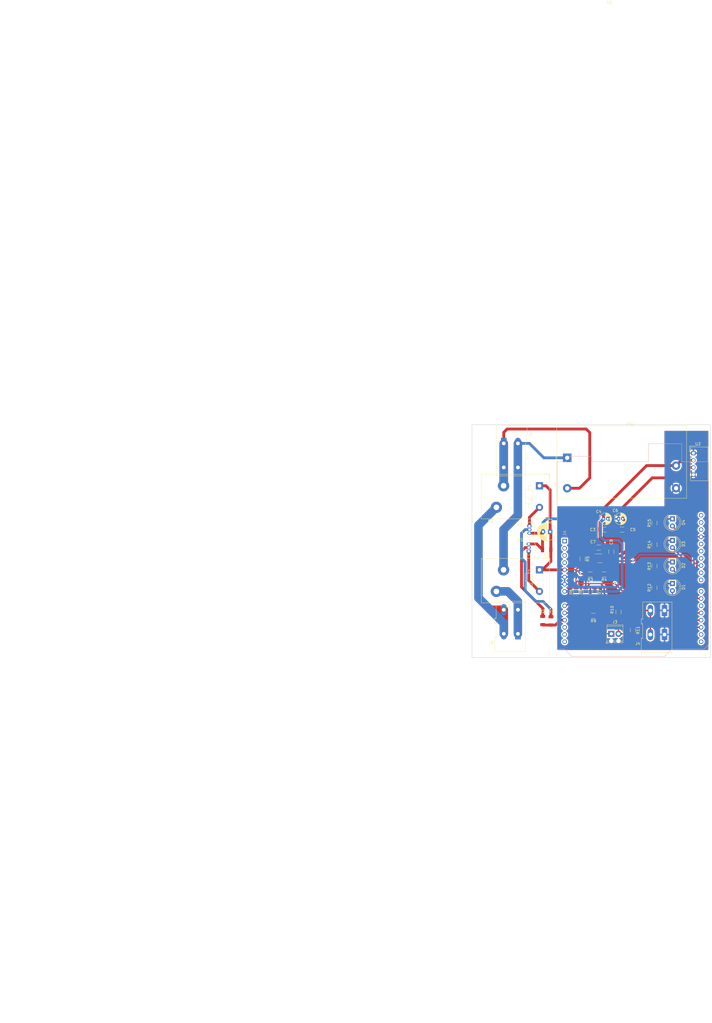
<source format=kicad_pcb>
(kicad_pcb (version 20221018) (generator pcbnew)
  (layers (0 "F.Cu" signal) (31 "B.Cu" signal) (34 "B.Paste" user) (35 "F.Paste" user) (36 "B.SilkS" user "B.Silkscreen") (37 "F.SilkS" user "F.Silkscreen") (38 "B.Mask" user) (39 "F.Mask" user) (44 "Edge.Cuts" user))
  (net 0 "")
  (net 5 "+5V")
  (net 6 "GND")
  (net 7 "+12V")
  (net 8 "A0")
  (net 9 "A1")
  (net 10 "D16")
  (net 16 "D2")
  (net 17 "D3")
  (net 18 "D4")
  (net 20 "D6")
  (net 24 "D10")
  (net 31 "-12V")
  (net 32 "Net-(D1-K)")
  (net 33 "Net-(D2-K)")
  (net 34 "Net-(D3-K)")
  (net 35 "Net-(D4-K)")
  (net 36 "Line")
  (net 37 "Neutral")
  (net 38 "Neutral_Out")
  (net 39 "Line_Out")
  (net 40 "Net-(J3-Pin_2)")
  (net 41 "CP")
  (net 42 "Net-(Q1-C)")
  (net 43 "Net-(Q2-C)")
  (net 44 "Net-(Q1-B)")
  (net 45 "Net-(Q2-B)")
  (net 46 "Net-(U1--In)")
  (net 47 "Net-(U1-Out)")
  (footprint "TerminalBlock_Phoenix:TerminalBlock_Phoenix_MPT-0,5-2-2.54_1x02_P2.54mm_Horizontal" (layer "F.Cu") (at 121.92 92.71)
    (fp_text reference "J3" (at 1.27 -4.16) (layer "F.SilkS"))
    (fp_text value "Screw_Terminal_01x02" hide)
    (pad "" np_thru_hole circle (at 0 2.54) (size 1.1 1.1) (drill 1.1) (layers "*.Cu" "*.Mask"))
    (pad "" np_thru_hole circle (at 2.54 2.54) (size 1.1 1.1) (drill 1.1) (layers "*.Cu" "*.Mask"))
    (pad "1" thru_hole rect (at 0 0) (size 2.2 2.2) (drill 1.1) (layers "*.Cu" "*.Mask") (net 9 "A1"))
    (pad "2" thru_hole circle (at 2.54 0) (size 2.2 2.2) (drill 1.1) (layers "*.Cu" "*.Mask") (net 40 "Net-(J3-Pin_2)"))
  )
  (footprint "Resistor_SMD:R_1206_3216Metric" (layer "F.Cu") (at 137.16 68.7975 90)
    (fp_text reference "R13" (at 0 -1.82 90) (layer "F.SilkS"))
    (fp_text value "1k")
    (pad "1" smd roundrect (at -1.4625 0 90) (size 1.125 1.75) (layers "F.Cu" "F.Paste" "F.Mask") (roundrect_rratio 0.2222222222) (net 6 "GND"))
    (pad "2" smd roundrect (at 1.4625 0 90) (size 1.125 1.75) (layers "F.Cu" "F.Paste" "F.Mask") (roundrect_rratio 0.2222222222) (net 33 "Net-(D2-K)"))
  )
  (footprint "Capacitor_THT:CP_Radial_D4.0mm_P1.50mm" (layer "F.Cu") (at 124.46 52.07)
    (fp_text reference "C6" (at -1.143 -2.921) (layer "F.SilkS"))
    (fp_text value "10 uF")
    (pad "1" thru_hole rect (at 0 0) (size 1.2 1.2) (drill 0.6) (layers "*.Cu" "*.Mask") (net 6 "GND"))
    (pad "2" thru_hole circle (at 1.5 0) (size 1.2 1.2) (drill 0.6) (layers "*.Cu" "*.Mask") (net 31 "-12V"))
  )
  (footprint "Resistor_SMD:R_1206_3216Metric" (layer "F.Cu") (at 115.57 86.36 180)
    (fp_text reference "R9" (at 0 -1.82) (layer "F.SilkS"))
    (fp_text value "300")
    (pad "1" smd roundrect (at -1.4625 0 180) (size 1.125 1.75) (layers "F.Cu" "F.Paste" "F.Mask") (roundrect_rratio 0.2222222222) (net 40 "Net-(J3-Pin_2)"))
    (pad "2" smd roundrect (at 1.4625 0 180) (size 1.125 1.75) (layers "F.Cu" "F.Paste" "F.Mask") (roundrect_rratio 0.2222222222) (net 9 "A1"))
  )
  (footprint "Capacitor_SMD:C_1206_3216Metric" (layer "F.Cu") (at 125.73 55.88 180)
    (fp_text reference "C5" (at -3.81 0) (layer "F.SilkS"))
    (fp_text value "0.1 uF")
    (pad "1" smd roundrect (at -1.475 0 180) (size 1.15 1.8) (layers "F.Cu" "F.Paste" "F.Mask") (roundrect_rratio 0.2173913043) (net 31 "-12V"))
    (pad "2" smd roundrect (at 1.475 0 180) (size 1.15 1.8) (layers "F.Cu" "F.Paste" "F.Mask") (roundrect_rratio 0.2173913043) (net 6 "GND"))
  )
  (footprint "Resistor_SMD:R_1206_3216Metric" (layer "F.Cu") (at 112.903 77.9125 90)
    (fp_text reference "R8" (at 0 -1.82 90) (layer "F.SilkS"))
    (fp_text value "100k")
    (pad "1" smd roundrect (at -1.4625 0 90) (size 1.125 1.75) (layers "F.Cu" "F.Paste" "F.Mask") (roundrect_rratio 0.2222222222) (net 8 "A0"))
    (pad "2" smd roundrect (at 1.4625 0 90) (size 1.125 1.75) (layers "F.Cu" "F.Paste" "F.Mask") (roundrect_rratio 0.2222222222) (net 5 "+5V"))
  )
  (footprint "Resistor_SMD:R_1206_3216Metric" (layer "F.Cu") (at 116.078 77.9125 -90)
    (fp_text reference "R7" (at 0 -1.82 90) (layer "F.SilkS"))
    (fp_text value "220k")
    (pad "1" smd roundrect (at -1.4625 0 270) (size 1.125 1.75) (layers "F.Cu" "F.Paste" "F.Mask") (roundrect_rratio 0.2222222222) (net 6 "GND"))
    (pad "2" smd roundrect (at 1.4625 0 270) (size 1.125 1.75) (layers "F.Cu" "F.Paste" "F.Mask") (roundrect_rratio 0.2222222222) (net 8 "A0"))
  )
  (footprint "LED_THT:LED_D5.0mm" (layer "F.Cu") (at 143.51 67.31 -90)
    (fp_text reference "D2" (at 1.27 -3.96 90) (layer "F.SilkS"))
    (fp_text value "LED")
    (pad "1" thru_hole rect (at 0 0 270) (size 1.8 1.8) (drill 0.9) (layers "*.Cu" "*.Mask") (net 33 "Net-(D2-K)"))
    (pad "2" thru_hole circle (at 2.54 0 270) (size 1.8 1.8) (drill 0.9) (layers "*.Cu" "*.Mask") (net 17 "D3"))
  )
  (footprint "Capacitor_SMD:C_1206_3216Metric" (layer "F.Cu") (at 121.92 63.705 90)
    (fp_text reference "C8" (at 3.4725 0 90) (layer "F.SilkS"))
    (fp_text value "0.1 uF")
    (pad "1" smd roundrect (at -1.475 0 90) (size 1.15 1.8) (layers "F.Cu" "F.Paste" "F.Mask") (roundrect_rratio 0.2173913043) (net 31 "-12V"))
    (pad "2" smd roundrect (at 1.475 0 90) (size 1.15 1.8) (layers "F.Cu" "F.Paste" "F.Mask") (roundrect_rratio 0.2173913043) (net 6 "GND"))
  )
  (footprint "Capacitor_SMD:C_1206_3216Metric" (layer "F.Cu") (at 99.06 62.992 180)
    (fp_text reference "C1" (at 0 -1.85) (layer "F.SilkS"))
    (fp_text value "0.1 uF")
    (pad "1" smd roundrect (at -1.475 0 180) (size 1.15 1.8) (layers "F.Cu" "F.Paste" "F.Mask") (roundrect_rratio 0.2173913043) (net 5 "+5V"))
    (pad "2" smd roundrect (at 1.475 0 180) (size 1.15 1.8) (layers "F.Cu" "F.Paste" "F.Mask") (roundrect_rratio 0.2173913043) (net 6 "GND"))
  )
  (footprint "My_Custom_Footprint_Library:NKE1212SC" (layer "F.Cu") (at 150.9505 28.8445)
    (fp_text reference "U2" (at 1.6 -3.23) (layer "F.SilkS"))
    (fp_text value "NKE1212SC")
    (pad "1" thru_hole rect (at 0 0) (size 1.5 1.5) (drill 1) (layers "*.Cu" "*.Mask") (net 6 "GND"))
    (pad "2" thru_hole circle (at 0 2.54) (size 1.5 1.5) (drill 1) (layers "*.Cu" "*.Mask") (net 7 "+12V"))
    (pad "3" thru_hole circle (at 0 5.08) (size 1.5 1.5) (drill 1) (layers "*.Cu" "*.Mask") (net 31 "-12V"))
    (pad "4" thru_hole circle (at 0 7.62) (size 1.5 1.5) (drill 1) (layers "*.Cu" "*.Mask") (net 6 "GND"))
  )
  (footprint "My_Custom_Footprint_Library:SOT-23-6" (layer "F.Cu") (at 117.905 66.04)
    (fp_text reference "U1" (at 3.3975 -196.53) (layer "F.SilkS"))
    (fp_text value "TLV1805")
    (pad "1" smd roundrect (at -1.1375 -0.95) (size 1.325 0.6) (layers "F.Cu" "F.Paste" "F.Mask") (net 47 "Net-(U1-Out)"))
    (pad "2" smd roundrect (at -1.1375 0) (size 1.325 0.6) (layers "F.Cu" "F.Paste" "F.Mask") (net 31 "-12V"))
    (pad "3" smd roundrect (at -1.1375 0.95) (size 1.325 0.6) (layers "F.Cu" "F.Paste" "F.Mask") (net 46 "Net-(U1--In)"))
    (pad "4" smd roundrect (at 1.1375 0.95) (size 1.325 0.6) (layers "F.Cu" "F.Paste" "F.Mask") (net 24 "D10"))
    (pad "5" smd roundrect (at 1.1375 0) (size 1.325 0.6) (layers "F.Cu" "F.Paste" "F.Mask") (net 31 "-12V"))
    (pad "6" smd roundrect (at 1.1375 -0.95) (size 1.325 0.6) (layers "F.Cu" "F.Paste" "F.Mask") (net 7 "+12V"))
  )
  (footprint "Resistor_SMD:R_1206_3216Metric" (layer "F.Cu") (at 109.474 77.9125 90)
    (fp_text reference "R6" (at 0 -1.82 90) (layer "F.SilkS"))
    (fp_text value "300k")
    (pad "1" smd roundrect (at -1.4625 0 90) (size 1.125 1.75) (layers "F.Cu" "F.Paste" "F.Mask") (roundrect_rratio 0.2222222222) (net 8 "A0"))
    (pad "2" smd roundrect (at 1.4625 0 90) (size 1.125 1.75) (layers "F.Cu" "F.Paste" "F.Mask") (roundrect_rratio 0.2222222222) (net 41 "CP"))
  )
  (footprint "Resistor_SMD:R_1206_3216Metric" (layer "F.Cu") (at 137.16 76.4175 90)
    (fp_text reference "R12" (at 0 -1.82 90) (layer "F.SilkS"))
    (fp_text value "1k")
    (pad "1" smd roundrect (at -1.4625 0 90) (size 1.125 1.75) (layers "F.Cu" "F.Paste" "F.Mask") (roundrect_rratio 0.2222222222) (net 6 "GND"))
    (pad "2" smd roundrect (at 1.4625 0 90) (size 1.125 1.75) (layers "F.Cu" "F.Paste" "F.Mask") (roundrect_rratio 0.2222222222) (net 32 "Net-(D1-K)"))
  )
  (footprint "My_Custom_Footprint_Library:Relay_TE_SPST_16A" (layer "F.Cu") (at 96.52 70.104 180)
    (fp_text reference "K1" (at 10.9 -12.7) (layer "F.SilkS"))
    (fp_text value "Relay_SPST-NO" hide)
    (pad "13" thru_hole circle (at 15.24 -7.62 180) (size 4 4) (drill 2) (layers "*.Cu" "*.Mask") (net 38 "Neutral_Out"))
    (pad "14" thru_hole circle (at 12.7 0 180) (size 4 4) (drill 2) (layers "*.Cu" "*.Mask") (net 37 "Neutral"))
    (pad "A1" thru_hole rect (at 0 0 180) (size 2.54 2.54) (drill 1.3) (layers "*.Cu" "*.Mask") (net 5 "+5V"))
    (pad "A2" thru_hole circle (at 0 -7.62 180) (size 2.54 2.54) (drill 1.3) (layers "*.Cu" "*.Mask") (net 42 "Net-(Q1-C)"))
  )
  (footprint "LED_THT:LED_D5.0mm" (layer "F.Cu") (at 143.51 74.93 -90)
    (fp_text reference "D1" (at 1.27 -3.96 90) (layer "F.SilkS"))
    (fp_text value "LED")
    (pad "1" thru_hole rect (at 0 0 270) (size 1.8 1.8) (drill 0.9) (layers "*.Cu" "*.Mask") (net 32 "Net-(D1-K)"))
    (pad "2" thru_hole circle (at 2.54 0 270) (size 1.8 1.8) (drill 0.9) (layers "*.Cu" "*.Mask") (net 16 "D2"))
  )
  (footprint "Resistor_SMD:R_1206_3216Metric" (layer "F.Cu") (at 119.38 71.755 180)
    (fp_text reference "R4" (at 0 -1.82) (layer "F.SilkS"))
    (fp_text value "100k")
    (pad "1" smd roundrect (at -1.4625 0 180) (size 1.125 1.75) (layers "F.Cu" "F.Paste" "F.Mask") (roundrect_rratio 0.2222222222) (net 6 "GND"))
    (pad "2" smd roundrect (at 1.4625 0 180) (size 1.125 1.75) (layers "F.Cu" "F.Paste" "F.Mask") (roundrect_rratio 0.2222222222) (net 46 "Net-(U1--In)"))
  )
  (footprint "LED_THT:LED_D5.0mm" (layer "F.Cu") (at 143.51 59.69 -90)
    (fp_text reference "D3" (at 1.27 -3.96 90) (layer "F.SilkS"))
    (fp_text value "LED")
    (pad "1" thru_hole rect (at 0 0 270) (size 1.8 1.8) (drill 0.9) (layers "*.Cu" "*.Mask") (net 34 "Net-(D3-K)"))
    (pad "2" thru_hole circle (at 2.54 0 270) (size 1.8 1.8) (drill 0.9) (layers "*.Cu" "*.Mask") (net 18 "D4"))
  )
  (footprint "Resistor_SMD:R_1206_3216Metric" (layer "F.Cu") (at 137.16 53.5575 90)
    (fp_text reference "R15" (at 0 -1.82 90) (layer "F.SilkS"))
    (fp_text value "1k")
    (pad "1" smd roundrect (at -1.4625 0 90) (size 1.125 1.75) (layers "F.Cu" "F.Paste" "F.Mask") (roundrect_rratio 0.2222222222) (net 6 "GND"))
    (pad "2" smd roundrect (at 1.4625 0 90) (size 1.125 1.75) (layers "F.Cu" "F.Paste" "F.Mask") (roundrect_rratio 0.2222222222) (net 35 "Net-(D4-K)"))
  )
  (footprint "My_Custom_Footprint_Library:Relay_TE_SPST_16A" (layer "F.Cu") (at 96.52 40.386 180)
    (fp_text reference "K2" (at 17.272 -12.446) (layer "F.SilkS"))
    (fp_text value "Relay_SPST-NO")
    (pad "13" thru_hole circle (at 15.24 -7.62 180) (size 4 4) (drill 2) (layers "*.Cu" "*.Mask") (net 39 "Line_Out"))
    (pad "14" thru_hole circle (at 12.7 0 180) (size 4 4) (drill 2) (layers "*.Cu" "*.Mask") (net 36 "Line"))
    (pad "A1" thru_hole rect (at 0 0 180) (size 2.54 2.54) (drill 1.3) (layers "*.Cu" "*.Mask") (net 5 "+5V"))
    (pad "A2" thru_hole circle (at 0 -7.62 180) (size 2.54 2.54) (drill 1.3) (layers "*.Cu" "*.Mask") (net 43 "Net-(Q2-C)"))
  )
  (footprint "My_Custom_Footprint_Library:LPT 2,5 2-5,0" (layer "F.Cu") (at 83.9 25.4)
    (fp_text reference "J1" (at 9.445 -3.175) (layer "F.SilkS"))
    (fp_text value "Screw_Terminal_01x02" hide)
    (pad "1" thru_hole rect (at 0 0) (size 1.98 3.96) (drill 1.32) (layers "*.Cu" "*.Mask") (net 36 "Line"))
    (pad "1" thru_hole rect (at 0 8.5) (size 1.98 3.96) (drill 1.32) (layers "*.Cu" "*.Mask") (net 36 "Line"))
    (pad "2" thru_hole oval (at 5 0) (size 1.98 3.96) (drill 1.32) (layers "*.Cu" "*.Mask") (net 37 "Neutral"))
    (pad "2" thru_hole oval (at 5 8.5) (size 1.98 3.96) (drill 1.32) (layers "*.Cu" "*.Mask") (net 37 "Neutral"))
  )
  (footprint "Resistor_SMD:R_1206_3216Metric" (layer "F.Cu") (at 97.663 88.011 90)
    (fp_text reference "R2" (at 3.175 -0.127 180) (layer "F.SilkS"))
    (fp_text value "1k")
    (pad "1" smd roundrect (at -1.4625 0 90) (size 1.125 1.75) (layers "F.Cu" "F.Paste" "F.Mask") (roundrect_rratio 0.2222222222) (net 10 "D16"))
    (pad "2" smd roundrect (at 1.4625 0 90) (size 1.125 1.75) (layers "F.Cu" "F.Paste" "F.Mask") (roundrect_rratio 0.2222222222) (net 44 "Net-(Q1-B)"))
  )
  (footprint "My_Custom_Footprint_Library:TO-92_3" (layer "F.Cu") (at 92.71 60.96 -90)
    (fp_text reference "Q1" (at -1.524 2.921 -180) (layer "F.SilkS"))
    (fp_text value "NPN" hide)
    (pad "1" thru_hole rect (at 2.54 0 90) (size 1.05 1.5) (drill 0.75) (layers "*.Cu" "*.Mask") (net 42 "Net-(Q1-C)"))
    (pad "2" thru_hole oval (at 1.27 0 90) (size 1.05 1.5) (drill 0.75) (layers "*.Cu" "*.Mask") (net 44 "Net-(Q1-B)"))
    (pad "3" thru_hole oval (at 0 0 90) (size 1.05 1.5) (drill 0.75) (layers "*.Cu" "*.Mask") (net 6 "GND"))
  )
  (footprint "My_Custom_Footprint_Library:TO-92_3" (layer "F.Cu") (at 92.964 57.15 90)
    (fp_text reference "Q2" (at 3.175 -3.429 180) (layer "F.SilkS"))
    (fp_text value "NPN" hide)
    (pad "1" thru_hole rect (at 2.54 0 270) (size 1.05 1.5) (drill 0.75) (layers "*.Cu" "*.Mask") (net 43 "Net-(Q2-C)"))
    (pad "2" thru_hole oval (at 1.27 0 270) (size 1.05 1.5) (drill 0.75) (layers "*.Cu" "*.Mask") (net 45 "Net-(Q2-B)"))
    (pad "3" thru_hole oval (at 0 0 270) (size 1.05 1.5) (drill 0.75) (layers "*.Cu" "*.Mask") (net 6 "GND"))
  )
  (footprint "Resistor_SMD:R_1206_3216Metric" (layer "F.Cu") (at 114.4925 71.755 180)
    (fp_text reference "R3" (at 0 -1.82) (layer "F.SilkS"))
    (fp_text value "100k")
    (pad "1" smd roundrect (at -1.4625 0 180) (size 1.125 1.75) (layers "F.Cu" "F.Paste" "F.Mask") (roundrect_rratio 0.2222222222) (net 46 "Net-(U1--In)"))
    (pad "2" smd roundrect (at 1.4625 0 180) (size 1.125 1.75) (layers "F.Cu" "F.Paste" "F.Mask") (roundrect_rratio 0.2222222222) (net 5 "+5V"))
  )
  (footprint "Resistor_SMD:R_1206_3216Metric" (layer "F.Cu") (at 129.54 91.44 -90)
    (fp_text reference "R11" (at 0 -1.82 90) (layer "F.SilkS"))
    (fp_text value "100k")
    (pad "1" smd roundrect (at -1.4625 0 270) (size 1.125 1.75) (layers "F.Cu" "F.Paste" "F.Mask") (roundrect_rratio 0.2222222222) (net 6 "GND"))
    (pad "2" smd roundrect (at 1.4625 0 270) (size 1.125 1.75) (layers "F.Cu" "F.Paste" "F.Mask") (roundrect_rratio 0.2222222222) (net 40 "Net-(J3-Pin_2)"))
  )
  (footprint "Resistor_SMD:R_1206_3216Metric" (layer "F.Cu") (at 100.584 88.1487 90)
    (fp_text reference "R1" (at 3.1857 0.127 180) (layer "F.SilkS"))
    (fp_text value "1k")
    (pad "1" smd roundrect (at -1.4625 0 90) (size 1.125 1.75) (layers "F.Cu" "F.Paste" "F.Mask") (roundrect_rratio 0.2222222222) (net 10 "D16"))
    (pad "2" smd roundrect (at 1.4625 0 90) (size 1.125 1.75) (layers "F.Cu" "F.Paste" "F.Mask") (roundrect_rratio 0.2222222222) (net 45 "Net-(Q2-B)"))
  )
  (footprint "Capacitor_THT:CP_Radial_D4.0mm_P1.50mm" (layer "F.Cu") (at 119.15 52.07)
    (fp_text reference "C4" (at -1.675 -2.54) (layer "F.SilkS"))
    (fp_text value "10 uF")
    (pad "1" thru_hole rect (at 0 0) (size 1.2 1.2) (drill 0.6) (layers "*.Cu" "*.Mask") (net 7 "+12V"))
    (pad "2" thru_hole circle (at 1.5 0) (size 1.2 1.2) (drill 0.6) (layers "*.Cu" "*.Mask") (net 6 "GND"))
  )
  (footprint "Resistor_SMD:R_1206_3216Metric" (layer "F.Cu") (at 137.16 61.1775 90)
    (fp_text reference "R14" (at 0 -1.82 90) (layer "F.SilkS"))
    (fp_text value "1k")
    (pad "1" smd roundrect (at -1.4625 0 90) (size 1.125 1.75) (layers "F.Cu" "F.Paste" "F.Mask") (roundrect_rratio 0.2222222222) (net 6 "GND"))
    (pad "2" smd roundrect (at 1.4625 0 90) (size 1.125 1.75) (layers "F.Cu" "F.Paste" "F.Mask") (roundrect_rratio 0.2222222222) (net 34 "Net-(D3-K)"))
  )
  (footprint "Capacitor_THT:CP_Radial_D6.3mm_P2.50mm" (layer "F.Cu") (at 100.29 56.642 180)
    (fp_text reference "C2" (at 0 3.81) (layer "F.SilkS"))
    (fp_text value "100 uF")
    (pad "1" thru_hole rect (at 0 0 180) (size 1.6 1.6) (drill 0.8) (layers "*.Cu" "*.Mask") (net 5 "+5V"))
    (pad "2" thru_hole circle (at 2.5 0 180) (size 1.6 1.6) (drill 0.8) (layers "*.Cu" "*.Mask") (net 6 "GND"))
  )
  (footprint "Converter_ACDC:Converter_ACDC_MeanWell_IRM-05-xx_THT" (layer "F.Cu") (at 106.3185 30.504)
    (fp_text reference "PS2" (at 22.42 -11.88) (layer "F.SilkS"))
    (fp_text value "IRM-05-12")
    (pad "1" thru_hole rect (at 0 0) (size 3 3) (drill 1.5) (layers "*.Cu" "*.Mask") (net 37 "Neutral"))
    (pad "2" thru_hole circle (at 0 10.75) (size 3 3) (drill 1.5) (layers "*.Cu" "*.Mask") (net 36 "Line"))
    (pad "3" thru_hole circle (at 38.5 10.75) (size 3 3) (drill 1.5) (layers "*.Cu" "*.Mask") (net 6 "GND"))
    (pad "4" thru_hole circle (at 38.5 2.75) (size 3 3) (drill 1.5) (layers "*.Cu" "*.Mask") (net 7 "+12V"))
  )
  (footprint "Capacitor_SMD:C_1206_3216Metric" (layer "F.Cu") (at 119.38 55.88)
    (fp_text reference "C3" (at -4.015 0) (layer "F.SilkS"))
    (fp_text value "0.1 uF")
    (pad "1" smd roundrect (at -1.475 0) (size 1.15 1.8) (layers "F.Cu" "F.Paste" "F.Mask") (roundrect_rratio 0.2173913043) (net 7 "+12V"))
    (pad "2" smd roundrect (at 1.475 0) (size 1.15 1.8) (layers "F.Cu" "F.Paste" "F.Mask") (roundrect_rratio 0.2173913043) (net 6 "GND"))
  )
  (footprint "My_Custom_Footprint_Library:LPT 2,5 2-5,0" (layer "F.Cu") (at 88.9 92.71 180)
    (fp_text reference "J2" (at 9.445 -3.175 180) (layer "F.SilkS"))
    (fp_text value "Screw_Terminal_01x02" hide)
    (pad "1" thru_hole rect (at 0 0 180) (size 1.98 3.96) (drill 1.32) (layers "*.Cu" "*.Mask") (net 38 "Neutral_Out"))
    (pad "1" thru_hole rect (at 0 8.5 180) (size 1.98 3.96) (drill 1.32) (layers "*.Cu" "*.Mask") (net 38 "Neutral_Out"))
    (pad "2" thru_hole oval (at 5 0 180) (size 1.98 3.96) (drill 1.32) (layers "*.Cu" "*.Mask") (net 39 "Line_Out"))
    (pad "2" thru_hole oval (at 5 8.5 180) (size 1.98 3.96) (drill 1.32) (layers "*.Cu" "*.Mask") (net 39 "Line_Out"))
  )
  (footprint "LED_THT:LED_D5.0mm" (layer "F.Cu") (at 143.51 52.07 -90)
    (fp_text reference "D4" (at 1.27 -3.96 90) (layer "F.SilkS"))
    (fp_text value "LED")
    (pad "1" thru_hole rect (at 0 0 270) (size 1.8 1.8) (drill 0.9) (layers "*.Cu" "*.Mask") (net 35 "Net-(D4-K)"))
    (pad "2" thru_hole circle (at 2.54 0 270) (size 1.8 1.8) (drill 0.9) (layers "*.Cu" "*.Mask") (net 20 "D6"))
  )
  (footprint "Resistor_SMD:R_1206_3216Metric" (layer "F.Cu") (at 124.46 84.963 90)
    (fp_text reference "R10" (at 0.762 -2.286 90) (layer "F.SilkS"))
    (fp_text value "100k")
    (pad "1" smd roundrect (at -1.4625 0 90) (size 1.125 1.75) (layers "F.Cu" "F.Paste" "F.Mask") (roundrect_rratio 0.2222222222) (net 40 "Net-(J3-Pin_2)"))
    (pad "2" smd roundrect (at 1.4625 0 90) (size 1.125 1.75) (layers "F.Cu" "F.Paste" "F.Mask") (roundrect_rratio 0.2222222222) (net 5 "+5V"))
  )
  (footprint "Resistor_SMD:R_1206_3216Metric" (layer "F.Cu") (at 111.76 66.2325 -90)
    (fp_text reference "R5" (at 0 -1.82 90) (layer "F.SilkS"))
    (fp_text value "1k")
    (pad "1" smd roundrect (at -1.4625 0 270) (size 1.125 1.75) (layers "F.Cu" "F.Paste" "F.Mask") (roundrect_rratio 0.2222222222) (net 47 "Net-(U1-Out)"))
    (pad "2" smd roundrect (at 1.4625 0 270) (size 1.125 1.75) (layers "F.Cu" "F.Paste" "F.Mask") (roundrect_rratio 0.2222222222) (net 41 "CP"))
  )
  (footprint "Capacitor_SMD:C_1206_3216Metric" (layer "F.Cu") (at 117.475 62.23 180)
    (fp_text reference "C7" (at 2.032 2.032) (layer "F.SilkS"))
    (fp_text value "0.1 uF")
    (pad "1" smd roundrect (at -1.475 0 180) (size 1.15 1.8) (layers "F.Cu" "F.Paste" "F.Mask") (roundrect_rratio 0.2173913043) (net 7 "+12V"))
    (pad "2" smd roundrect (at 1.475 0 180) (size 1.15 1.8) (layers "F.Cu" "F.Paste" "F.Mask") (roundrect_rratio 0.2173913043) (net 6 "GND"))
  )
  (footprint "My_Custom_Footprint_Library:LPT 2,5 2-5,0" (layer "F.Cu") (at 140.716 92.964 180)
    (fp_text reference "J4" (at 9.445 -3.175) (layer "F.SilkS"))
    (fp_text value "Screw_Terminal_01x02" hide)
    (pad "1" thru_hole rect (at 0 0 180) (size 1.98 3.96) (drill 1.32) (layers "*.Cu" "*.Mask") (net 6 "GND"))
    (pad "1" thru_hole rect (at 0 8.5 180) (size 1.98 3.96) (drill 1.32) (layers "*.Cu" "*.Mask") (net 6 "GND"))
    (pad "2" thru_hole oval (at 5 0 180) (size 1.98 3.96) (drill 1.32) (layers "*.Cu" "*.Mask") (net 41 "CP"))
    (pad "2" thru_hole oval (at 5 8.5 180) (size 1.98 3.96) (drill 1.32) (layers "*.Cu" "*.Mask") (net 41 "CP"))
  )
  (footprint "Module:Arduino_UNO_R3" (layer "B.Cu") (at 105.41 59.94 -90)
    (fp_text reference "A1" (at -2.79 0 -270) (layer "B.SilkS") (effects (justify mirror)))
    (fp_text value "Arduino_UNO_R3")
    (pad "1" thru_hole rect (at 0 0 180) (size 1.6 1.6) (drill 1) (layers "*.Cu" "*.Mask"))
    (pad "2" thru_hole oval (at 2.54 0 180) (size 1.6 1.6) (drill 1) (layers "*.Cu" "*.Mask"))
    (pad "3" thru_hole oval (at 5.08 0 180) (size 1.6 1.6) (drill 1) (layers "*.Cu" "*.Mask"))
    (pad "4" thru_hole oval (at 7.62 0 180) (size 1.6 1.6) (drill 1) (layers "*.Cu" "*.Mask"))
    (pad "5" thru_hole oval (at 10.16 0 180) (size 1.6 1.6) (drill 1) (layers "*.Cu" "*.Mask") (net 5 "+5V"))
    (pad "6" thru_hole oval (at 12.7 0 180) (size 1.6 1.6) (drill 1) (layers "*.Cu" "*.Mask") (net 6 "GND"))
    (pad "7" thru_hole oval (at 15.24 0 180) (size 1.6 1.6) (drill 1) (layers "*.Cu" "*.Mask") (net 6 "GND"))
    (pad "8" thru_hole oval (at 17.78 0 180) (size 1.6 1.6) (drill 1) (layers "*.Cu" "*.Mask") (net 7 "+12V"))
    (pad "9" thru_hole oval (at 22.86 0 180) (size 1.6 1.6) (drill 1) (layers "*.Cu" "*.Mask") (net 8 "A0"))
    (pad "10" thru_hole oval (at 25.4 0 180) (size 1.6 1.6) (drill 1) (layers "*.Cu" "*.Mask") (net 9 "A1"))
    (pad "11" thru_hole oval (at 27.94 0 180) (size 1.6 1.6) (drill 1) (layers "*.Cu" "*.Mask") (net 10 "D16"))
    (pad "12" thru_hole oval (at 30.48 0 180) (size 1.6 1.6) (drill 1) (layers "*.Cu" "*.Mask"))
    (pad "13" thru_hole oval (at 33.02 0 180) (size 1.6 1.6) (drill 1) (layers "*.Cu" "*.Mask"))
    (pad "14" thru_hole oval (at 35.56 0 180) (size 1.6 1.6) (drill 1) (layers "*.Cu" "*.Mask"))
    (pad "15" thru_hole oval (at 35.56 -48.26 180) (size 1.6 1.6) (drill 1) (layers "*.Cu" "*.Mask"))
    (pad "16" thru_hole oval (at 33.02 -48.26 180) (size 1.6 1.6) (drill 1) (layers "*.Cu" "*.Mask"))
    (pad "17" thru_hole oval (at 30.48 -48.26 180) (size 1.6 1.6) (drill 1) (layers "*.Cu" "*.Mask") (net 16 "D2"))
    (pad "18" thru_hole oval (at 27.94 -48.26 180) (size 1.6 1.6) (drill 1) (layers "*.Cu" "*.Mask") (net 17 "D3"))
    (pad "19" thru_hole oval (at 25.4 -48.26 180) (size 1.6 1.6) (drill 1) (layers "*.Cu" "*.Mask") (net 18 "D4"))
    (pad "20" thru_hole oval (at 22.86 -48.26 180) (size 1.6 1.6) (drill 1) (layers "*.Cu" "*.Mask"))
    (pad "21" thru_hole oval (at 20.32 -48.26 180) (size 1.6 1.6) (drill 1) (layers "*.Cu" "*.Mask") (net 20 "D6"))
    (pad "22" thru_hole oval (at 17.78 -48.26 180) (size 1.6 1.6) (drill 1) (layers "*.Cu" "*.Mask"))
    (pad "23" thru_hole oval (at 13.72 -48.26 180) (size 1.6 1.6) (drill 1) (layers "*.Cu" "*.Mask"))
    (pad "24" thru_hole oval (at 11.18 -48.26 180) (size 1.6 1.6) (drill 1) (layers "*.Cu" "*.Mask"))
    (pad "25" thru_hole oval (at 8.64 -48.26 180) (size 1.6 1.6) (drill 1) (layers "*.Cu" "*.Mask") (net 24 "D10"))
    (pad "26" thru_hole oval (at 6.1 -48.26 180) (size 1.6 1.6) (drill 1) (layers "*.Cu" "*.Mask"))
    (pad "27" thru_hole oval (at 3.56 -48.26 180) (size 1.6 1.6) (drill 1) (layers "*.Cu" "*.Mask"))
    (pad "28" thru_hole oval (at 1.02 -48.26 180) (size 1.6 1.6) (drill 1) (layers "*.Cu" "*.Mask"))
    (pad "29" thru_hole oval (at -1.52 -48.26 180) (size 1.6 1.6) (drill 1) (layers "*.Cu" "*.Mask") (net 6 "GND"))
    (pad "30" thru_hole oval (at -4.06 -48.26 180) (size 1.6 1.6) (drill 1) (layers "*.Cu" "*.Mask"))
    (pad "31" thru_hole oval (at -6.6 -48.26 180) (size 1.6 1.6) (drill 1) (layers "*.Cu" "*.Mask"))
    (pad "32" thru_hole oval (at -9.14 -48.26 180) (size 1.6 1.6) (drill 1) (layers "*.Cu" "*.Mask"))
  )
  (gr_rect (start 72.644 18.796) (end 156.972 101.092) (stroke (width 0.15)) (fill none) (layer "Edge.Cuts"))
  (segment (start 118.11 74.93) (end 114.423 74.93) (width 0.5) (layer "F.Cu") (net 5))
  (segment (start 105.406 70.104) (end 105.41 70.1) (width 1) (layer "F.Cu") (net 5))
  (segment (start 96.52 70.104) (end 97.536 70.104) (width 1) (layer "F.Cu") (net 5))
  (segment (start 110.998 71.501) (end 112.776 71.501) (width 0.5) (layer "F.Cu") (net 5))
  (segment (start 98.806 40.386) (end 96.52 40.386) (width 1) (layer "F.Cu") (net 5))
  (segment (start 112.903 71.882) (end 113.03 71.755) (width 0.5) (layer "F.Cu") (net 5))
  (segment (start 100.535 56.887) (end 100.29 56.642) (width 1) (layer "F.Cu") (net 5))
  (segment (start 124.46 83.5005) (end 119.38 78.4205) (width 0.5) (layer "F.Cu") (net 5))
  (segment (start 119.38 76.2) (end 118.11 74.93) (width 0.5) (layer "F.Cu") (net 5))
  (segment (start 100.535 62.992) (end 100.535 56.887) (width 1) (layer "F.Cu") (net 5))
  (segment (start 100.29 56.642) (end 100.29 41.87) (width 1) (layer "F.Cu") (net 5))
  (segment (start 112.776 71.501) (end 113.03 71.755) (width 0.5) (layer "F.Cu") (net 5))
  (segment (start 114.423 74.93) (end 112.903 76.45) (width 0.5) (layer "F.Cu") (net 5))
  (segment (start 119.38 78.4205) (end 119.38 76.2) (width 0.5) (layer "F.Cu") (net 5))
  (segment (start 100.29 41.87) (end 98.806 40.386) (width 1) (layer "F.Cu") (net 5))
  (segment (start 96.52 70.104) (end 105.406 70.104) (width 1) (layer "F.Cu") (net 5))
  (segment (start 97.536 70.104) (end 100.535 67.105) (width 1) (layer "F.Cu") (net 5))
  (segment (start 112.903 76.45) (end 112.903 71.882) (width 0.5) (layer "F.Cu") (net 5))
  (segment (start 100.535 67.105) (end 100.535 62.992) (width 1) (layer "F.Cu") (net 5))
  (via (at 110.998 71.501) (size 0.8) (drill 0.4) (layers "F.Cu" "B.Cu") (net 5))
  (segment (start 109.597 70.1) (end 110.998 71.501) (width 0.5) (layer "B.Cu") (net 5))
  (segment (start 105.41 70.1) (end 109.597 70.1) (width 0.5) (layer "B.Cu") (net 5))
  (segment (start 97.585 56.847) (end 97.79 56.642) (width 1) (layer "F.Cu") (net 6))
  (segment (start 97.282 57.15) (end 97.79 56.642) (width 1) (layer "F.Cu") (net 6))
  (segment (start 92.71 60.96) (end 95.553 60.96) (width 1) (layer "F.Cu") (net 6))
  (segment (start 95.553 60.96) (end 97.585 62.992) (width 1) (layer "F.Cu") (net 6))
  (segment (start 92.964 57.15) (end 97.282 57.15) (width 1) (layer "F.Cu") (net 6))
  (segment (start 97.585 62.992) (end 97.585 56.847) (width 1) (layer "F.Cu") (net 6))
  (segment (start 120.65 50.97) (end 120.65 52.07) (width 1) (layer "B.Cu") (net 6))
  (segment (start 115.57 49.53) (end 119.21 49.53) (width 1) (layer "B.Cu") (net 6))
  (segment (start 99.06 52.07) (end 113.03 52.07) (width 1) (layer "B.Cu") (net 6))
  (segment (start 119.21 49.53) (end 120.65 50.97) (width 1) (layer "B.Cu") (net 6))
  (segment (start 113.03 52.07) (end 115.57 49.53) (width 1) (layer "B.Cu") (net 6))
  (segment (start 97.79 56.642) (end 97.79 53.34) (width 1) (layer "B.Cu") (net 6))
  (segment (start 97.79 53.34) (end 99.06 52.07) (width 1) (layer "B.Cu") (net 6))
  (segment (start 117.905 59.485) (end 118.95 60.53) (width 1) (layer "F.Cu") (net 7))
  (segment (start 144.8185 33.254) (end 134.386 33.254) (width 1) (layer "F.Cu") (net 7))
  (segment (start 147.32 31.496) (end 147.4315 31.3845) (width 1) (layer "F.Cu") (net 7))
  (segment (start 119.0425 62.3225) (end 118.95 62.23) (width 0.5) (layer "F.Cu") (net 7))
  (segment (start 134.386 33.254) (end 119.15 48.49) (width 1) (layer "F.Cu") (net 7))
  (segment (start 146.5765 31.496) (end 147.32 31.496) (width 1) (layer "F.Cu") (net 7))
  (segment (start 117.905 55.88) (end 117.905 59.485) (width 1) (layer "F.Cu") (net 7))
  (segment (start 119.15 52.07) (end 119.15 48.49) (width 1) (layer "F.Cu") (net 7))
  (segment (start 144.8185 33.254) (end 146.5765 31.496) (width 1) (layer "F.Cu") (net 7))
  (segment (start 117.905 55.88) (end 117.905 53.315) (width 1) (layer "F.Cu") (net 7))
  (segment (start 147.4315 31.3845) (end 150.9505 31.3845) (width 1) (layer "F.Cu") (net 7))
  (segment (start 118.95 60.53) (end 118.95 62.23) (width 1) (layer "F.Cu") (net 7))
  (segment (start 119.0425 65.09) (end 119.0425 62.3225) (width 0.5) (layer "F.Cu") (net 7))
  (segment (start 117.905 53.315) (end 119.15 52.07) (width 1) (layer "F.Cu") (net 7))
  (segment (start 124.46 59.69) (end 125.73 60.96) (width 1) (layer "B.Cu") (net 7))
  (segment (start 119.38 59.69) (end 124.46 59.69) (width 1) (layer "B.Cu") (net 7))
  (segment (start 118.11 58.42) (end 118.11 53.34) (width 1) (layer "B.Cu") (net 7))
  (segment (start 125.73 60.96) (end 125.73 76.2) (width 1) (layer "B.Cu") (net 7))
  (segment (start 119.15 52.07) (end 119.15 52.3) (width 1) (layer "B.Cu") (net 7))
  (segment (start 119.15 52.3) (end 118.11 53.34) (width 1) (layer "B.Cu") (net 7))
  (segment (start 118.11 58.42) (end 119.38 59.69) (width 1) (layer "B.Cu") (net 7))
  (segment (start 125.73 76.2) (end 124.21 77.72) (width 1) (layer "B.Cu") (net 7))
  (segment (start 124.21 77.72) (end 105.41 77.72) (width 1) (layer "B.Cu") (net 7))
  (segment (start 116.078 79.375) (end 112.903 79.375) (width 0.5) (layer "F.Cu") (net 8))
  (segment (start 109.474 79.375) (end 106.049 82.8) (width 0.5) (layer "F.Cu") (net 8))
  (segment (start 112.903 79.375) (end 109.474 79.375) (width 0.5) (layer "F.Cu") (net 8))
  (segment (start 106.049 82.8) (end 105.41 82.8) (width 0.5) (layer "F.Cu") (net 8))
  (segment (start 105.414 82.804) (end 105.41 82.8) (width 0.5) (layer "F.Cu") (net 8))
  (segment (start 113.9025 86.155) (end 114.1075 86.36) (width 0.5) (layer "F.Cu") (net 9))
  (segment (start 118.491 92.71) (end 121.92 92.71) (width 0.5) (layer "F.Cu") (net 9))
  (segment (start 108.405 85.34) (end 109.22 86.155) (width 0.5) (layer "F.Cu") (net 9))
  (segment (start 105.41 85.34) (end 108.405 85.34) (width 0.5) (layer "F.Cu") (net 9))
  (segment (start 114.1075 88.3265) (end 118.491 92.71) (width 0.5) (layer "F.Cu") (net 9))
  (segment (start 109.22 86.155) (end 113.9025 86.155) (width 0.5) (layer "F.Cu") (net 9))
  (segment (start 114.1075 86.36) (end 114.1075 88.3265) (width 0.5) (layer "F.Cu") (net 9))
  (segment (start 97.8007 89.6112) (end 97.663 89.4735) (width 1) (layer "F.Cu") (net 10))
  (segment (start 103.89 87.88) (end 105.41 87.88) (width 1) (layer "F.Cu") (net 10))
  (segment (start 100.584 89.6112) (end 97.8007 89.6112) (width 1) (layer "F.Cu") (net 10))
  (segment (start 102.1588 89.6112) (end 103.89 87.88) (width 1) (layer "F.Cu") (net 10))
  (segment (start 100.584 89.6112) (end 102.1588 89.6112) (width 1) (layer "F.Cu") (net 10))
  (segment (start 153.67 90.42) (end 148.84 90.42) (width 0.5) (layer "F.Cu") (net 16))
  (segment (start 148.84 90.42) (end 143.51 85.09) (width 0.5) (layer "F.Cu") (net 16))
  (segment (start 143.51 85.09) (end 143.51 77.47) (width 0.5) (layer "F.Cu") (net 16))
  (segment (start 148.84 87.88) (end 146.05 85.09) (width 0.5) (layer "F.Cu") (net 17))
  (segment (start 146.05 85.09) (end 146.05 72.39) (width 0.5) (layer "F.Cu") (net 17))
  (segment (start 146.05 72.39) (end 143.51 69.85) (width 0.5) (layer "F.Cu") (net 17))
  (segment (start 153.67 87.88) (end 148.84 87.88) (width 0.5) (layer "F.Cu") (net 17))
  (segment (start 148.59 83.82) (end 148.59 67.31) (width 0.5) (layer "F.Cu") (net 18))
  (segment (start 148.59 67.31) (end 143.51 62.23) (width 0.5) (layer "F.Cu") (net 18))
  (segment (start 153.67 85.34) (end 150.11 85.34) (width 0.5) (layer "F.Cu") (net 18))
  (segment (start 150.11 85.34) (end 148.59 83.82) (width 0.5) (layer "F.Cu") (net 18))
  (segment (start 151.13 62.23) (end 143.51 54.61) (width 0.5) (layer "F.Cu") (net 20))
  (segment (start 151.13 78.74) (end 151.13 62.23) (width 0.5) (layer "F.Cu") (net 20))
  (segment (start 153.67 80.26) (end 152.65 80.26) (width 0.5) (layer "F.Cu") (net 20))
  (segment (start 152.65 80.26) (end 151.13 78.74) (width 0.5) (layer "F.Cu") (net 20))
  (segment (start 129.479 66.99) (end 119.0425 66.99) (width 0.5) (layer "F.Cu") (net 24))
  (segment (start 129.54 66.929) (end 129.479 66.99) (width 0.5) (layer "F.Cu") (net 24))
  (via (at 129.54 66.929) (size 0.8) (drill 0.4) (layers "F.Cu" "B.Cu") (net 24))
  (segment (start 129.54 66.929) (end 129.921 66.929) (width 0.5) (layer "B.Cu") (net 24))
  (segment (start 152.4 68.58) (end 153.67 68.58) (width 0.5) (layer "B.Cu") (net 24))
  (segment (start 148.59 64.77) (end 152.4 68.58) (width 0.5) (layer "B.Cu") (net 24))
  (segment (start 132.08 64.77) (end 148.59 64.77) (width 0.5) (layer "B.Cu") (net 24))
  (segment (start 129.921 66.929) (end 132.08 64.77) (width 0.5) (layer "B.Cu") (net 24))
  (segment (start 149.4635 33.9245) (end 145.796 37.592) (width 1) (layer "F.Cu") (net 31))
  (segment (start 145.796 37.592) (end 136.398 37.592) (width 1) (layer "F.Cu") (net 31))
  (segment (start 121.06 66.04) (end 121.92 65.18) (width 0.5) (layer "F.Cu") (net 31))
  (segment (start 116.7675 66.04) (end 119.0425 66.04) (width 0.5) (layer "F.Cu") (net 31))
  (segment (start 125.96 48.03) (end 125.96 52.07) (width 1) (layer "F.Cu") (net 31))
  (segment (start 125.32 65.18) (end 121.92 65.18) (width 1) (layer "F.Cu") (net 31))
  (segment (start 127.205 55.88) (end 127.205 53.315) (width 1) (layer "F.Cu") (net 31))
  (segment (start 136.398 37.592) (end 125.96 48.03) (width 1) (layer "F.Cu") (net 31))
  (segment (start 150.9505 33.9245) (end 149.4635 33.9245) (width 1) (layer "F.Cu") (net 31))
  (segment (start 119.0425 66.04) (end 121.06 66.04) (width 0.5) (layer "F.Cu") (net 31))
  (segment (start 127.205 55.88) (end 127.205 63.295) (width 1) (layer "F.Cu") (net 31))
  (segment (start 127.205 63.295) (end 125.32 65.18) (width 1) (layer "F.Cu") (net 31))
  (segment (start 127.205 53.315) (end 125.96 52.07) (width 1) (layer "F.Cu") (net 31))
  (segment (start 137.16 74.955) (end 143.485 74.955) (width 0.5) (layer "F.Cu") (net 32))
  (segment (start 143.485 74.955) (end 143.51 74.93) (width 0.5) (layer "F.Cu") (net 32))
  (segment (start 137.16 67.335) (end 143.485 67.335) (width 0.5) (layer "F.Cu") (net 33))
  (segment (start 143.485 67.335) (end 143.51 67.31) (width 0.5) (layer "F.Cu") (net 33))
  (segment (start 143.485 59.715) (end 143.51 59.69) (width 0.5) (layer "F.Cu") (net 34))
  (segment (start 137.16 59.715) (end 143.485 59.715) (width 0.5) (layer "F.Cu") (net 34))
  (segment (start 137.16 52.095) (end 143.485 52.095) (width 0.5) (layer "F.Cu") (net 35))
  (segment (start 143.485 52.095) (end 143.51 52.07) (width 0.5) (layer "F.Cu") (net 35))
  (segment (start 110.638 41.254) (end 106.3185 41.254) (width 1) (layer "F.Cu") (net 36))
  (segment (start 83.9 21.51) (end 85.09 20.32) (width 1) (layer "F.Cu") (net 36))
  (segment (start 83.9 25.4) (end 83.9 21.51) (width 1) (layer "F.Cu") (net 36))
  (segment (start 113.03 20.32) (end 114.3 21.59) (width 1) (layer "F.Cu") (net 36))
  (segment (start 85.09 20.32) (end 113.03 20.32) (width 1) (layer "F.Cu") (net 36))
  (segment (start 114.3 37.592) (end 110.638 41.254) (width 1) (layer "F.Cu") (net 36))
  (segment (start 83.9 40.306) (end 83.82 40.386) (width 3) (layer "F.Cu") (net 36))
  (segment (start 114.3 21.59) (end 114.3 37.592) (width 1) (layer "F.Cu") (net 36))
  (segment (start 83.9 25.4) (end 83.9 40.306) (width 3) (layer "F.Cu") (net 36))
  (segment (start 83.82 40.386) (end 83.82 25.48) (width 3) (layer "B.Cu") (net 36))
  (segment (start 88.9 25.4) (end 88.9 50.8) (width 3) (layer "F.Cu") (net 37))
  (segment (start 83.82 55.88) (end 83.82 70.104) (width 3) (layer "F.Cu") (net 37))
  (segment (start 88.9 50.8) (end 83.82 55.88) (width 3) (layer "F.Cu") (net 37))
  (segment locked (start 88.9 25.4) (end 88.9 50.8) (width 3) (layer "B.Cu") (net 37))
  (segment (start 106.3185 30.504) (end 98.068 30.504) (width 1) (layer "B.Cu") (net 37))
  (segment (start 98.068 30.504) (end 92.964 25.4) (width 1) (layer "B.Cu") (net 37))
  (segment (start 83.82 55.88) (end 83.82 70.104) (width 3) (layer "B.Cu") (net 37))
  (segment (start 88.9 50.8) (end 83.82 55.88) (width 3) (layer "B.Cu") (net 37))
  (segment (start 92.964 25.4) (end 88.9 25.4) (width 1) (layer "B.Cu") (net 37))
  (segment (start 88.9 81.28) (end 88.9 92.71) (width 3) (layer "F.Cu") (net 38))
  (segment (start 85.344 77.724) (end 88.9 81.28) (width 3) (layer "F.Cu") (net 38))
  (segment locked (start 81.28 77.724) (end 85.344 77.724) (width 3) (layer "F.Cu") (net 38))
  (segment (start 81.28 77.724) (end 85.344 77.724) (width 3) (layer "B.Cu") (net 38))
  (segment (start 88.9 81.28) (end 88.9 92.71) (width 3) (layer "B.Cu") (net 38))
  (segment (start 85.344 77.724) (end 88.9 81.28) (width 3) (layer "B.Cu") (net 38))
  (segment (start 78.994 84.074) (end 83.9 88.98) (width 3) (layer "F.Cu") (net 39))
  (segment locked (start 81.28 48.006) (end 74.93 54.356) (width 3) (layer "F.Cu") (net 39))
  (segment (start 83.9 92.71) (end 83.9 84.21) (width 3) (layer "F.Cu") (net 39))
  (segment (start 83.9 84.21) (end 79.13 84.21) (width 3) (layer "F.Cu") (net 39))
  (segment (start 74.93 54.356) (end 74.93 80.01) (width 3) (layer "F.Cu") (net 39))
  (segment (start 83.9 88.98) (end 83.9 92.71) (width 3) (layer "F.Cu") (net 39))
  (segment (start 74.93 80.01) (end 78.994 84.074) (width 3) (layer "F.Cu") (net 39))
  (segment (start 79.13 84.21) (end 78.994 84.074) (width 3) (layer "F.Cu") (net 39))
  (segment (start 74.93 54.356) (end 74.93 80.01) (width 3) (layer "B.Cu") (net 39))
  (segment (start 83.9 88.98) (end 83.9 92.71) (width 3) (layer "B.Cu") (net 39))
  (segment (start 74.93 80.01) (end 83.9 88.98) (width 3) (layer "B.Cu") (net 39))
  (segment (start 81.28 48.006) (end 74.93 54.356) (width 3) (layer "B.Cu") (net 39))
  (segment (start 124.46 92.71) (end 129.3475 92.71) (width 0.5) (layer "F.Cu") (net 40))
  (segment (start 129.3475 92.71) (end 129.54 92.9025) (width 0.5) (layer "F.Cu") (net 40))
  (segment (start 117.0325 86.36) (end 124.3945 86.36) (width 0.5) (layer "F.Cu") (net 40))
  (segment (start 124.46 86.4255) (end 124.46 92.71) (width 0.5) (layer "F.Cu") (net 40))
  (segment (start 124.3945 86.36) (end 124.46 86.4255) (width 0.5) (layer "F.Cu") (net 40))
  (segment (start 109.474 76.45) (end 109.474 73.66) (width 0.5) (layer "F.Cu") (net 41))
  (segment (start 109.474 73.66) (end 109.474 69.981) (width 0.5) (layer "F.Cu") (net 41))
  (segment (start 123.19 74.93) (end 132.724 84.464) (width 0.5) (layer "F.Cu") (net 41))
  (segment (start 109.474 69.981) (end 111.76 67.695) (width 0.5) (layer "F.Cu") (net 41))
  (segment (start 132.724 84.464) (end 135.716 84.464) (width 0.5) (layer "F.Cu") (net 41))
  (segment (start 135.716 84.464) (end 135.716 92.964) (width 0.5) (layer "F.Cu") (net 41))
  (via (at 123.19 74.93) (size 0.8) (drill 0.4) (layers "F.Cu" "B.Cu") (net 41))
  (via (at 109.474 73.66) (size 0.8) (drill 0.4) (layers "F.Cu" "B.Cu") (net 41))
  (segment (start 123.19 74.93) (end 110.744 74.93) (width 0.5) (layer "B.Cu") (net 41))
  (segment (start 110.744 74.93) (end 109.474 73.66) (width 0.5) (layer "B.Cu") (net 41))
  (segment (start 92.71 73.914) (end 96.52 77.724) (width 1) (layer "F.Cu") (net 42))
  (segment (start 92.71 63.5) (end 92.71 73.914) (width 1) (layer "F.Cu") (net 42))
  (segment (start 92.964 51.562) (end 96.52 48.006) (width 1) (layer "F.Cu") (net 43))
  (segment (start 92.964 54.61) (end 92.964 51.562) (width 1) (layer "F.Cu") (net 43))
  (segment (start 90.17 76.2) (end 97.79 83.82) (width 1) (layer "F.Cu") (net 44))
  (segment (start 90.17 63.5) (end 90.17 76.2) (width 1) (layer "F.Cu") (net 44))
  (segment (start 97.663 83.947) (end 97.663 86.5485) (width 1) (layer "F.Cu") (net 44))
  (segment (start 97.79 83.82) (end 97.663 83.947) (width 1) (layer "F.Cu") (net 44))
  (segment (start 92.71 62.23) (end 91.44 62.23) (width 1) (layer "F.Cu") (net 44))
  (segment (start 91.44 62.23) (end 90.17 63.5) (width 1) (layer "F.Cu") (net 44))
  (segment (start 100.584 86.6862) (end 100.584 84.074) (width 1) (layer "F.Cu") (net 45))
  (segment (start 100.584 84.074) (end 100.33 83.82) (width 1) (layer "F.Cu") (net 45))
  (via (at 100.33 83.82) (size 0.8) (drill 0.4) (layers "F.Cu" "B.Cu") (net 45))
  (segment (start 91.44 55.88) (end 92.964 55.88) (width 1) (layer "B.Cu") (net 45))
  (segment (start 91.44 67.31) (end 90.17 66.04) (width 1) (layer "B.Cu") (net 45))
  (segment (start 100.33 83.82) (end 97.79 81.28) (width 1) (layer "B.Cu") (net 45))
  (segment (start 90.17 57.15) (end 91.44 55.88) (width 1) (layer "B.Cu") (net 45))
  (segment (start 90.17 66.04) (end 90.17 57.15) (width 1) (layer "B.Cu") (net 45))
  (segment (start 97.79 81.28) (end 95.25 81.28) (width 1) (layer "B.Cu") (net 45))
  (segment (start 91.44 77.47) (end 91.44 67.31) (width 1) (layer "B.Cu") (net 45))
  (segment (start 95.25 81.28) (end 91.44 77.47) (width 1) (layer "B.Cu") (net 45))
  (segment (start 115.955 67.8025) (end 116.7675 66.99) (width 0.5) (layer "F.Cu") (net 46))
  (segment (start 115.955 71.755) (end 115.955 67.8025) (width 0.5) (layer "F.Cu") (net 46))
  (segment (start 117.9175 71.755) (end 115.955 71.755) (width 0.5) (layer "F.Cu") (net 46))
  (segment (start 112.08 65.09) (end 111.76 64.77) (width 0.5) (layer "F.Cu") (net 47))
  (segment (start 116.7675 65.09) (end 112.08 65.09) (width 0.5) (layer "F.Cu") (net 47))
  (zone (net 6) (net_name "GND") (layers "F&B.Cu") (connect_pads (clearance 0.5)) (min_thickness 0.25) (fill yes (thermal_gap 0.5) (thermal_bridge_width 0.5))
    (polygon (pts (xy 102.87 98.425) (xy 102.87 47.625) (xy 140.716 47.625) (xy 140.716 20.955) (xy 156.21 20.955) (xy 156.21 98.425)))
  )
)
</source>
